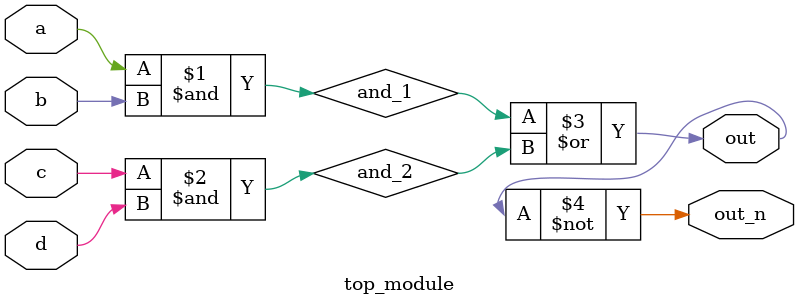
<source format=sv>
module top_module (
    input a,
    input b,
    input c,
    input d,
    output out,
    output out_n
);

wire and_1, and_2;

and(and_1, a, b);
and(and_2, c, d);
or(out, and_1, and_2);
not(out_n, out);

endmodule

</source>
